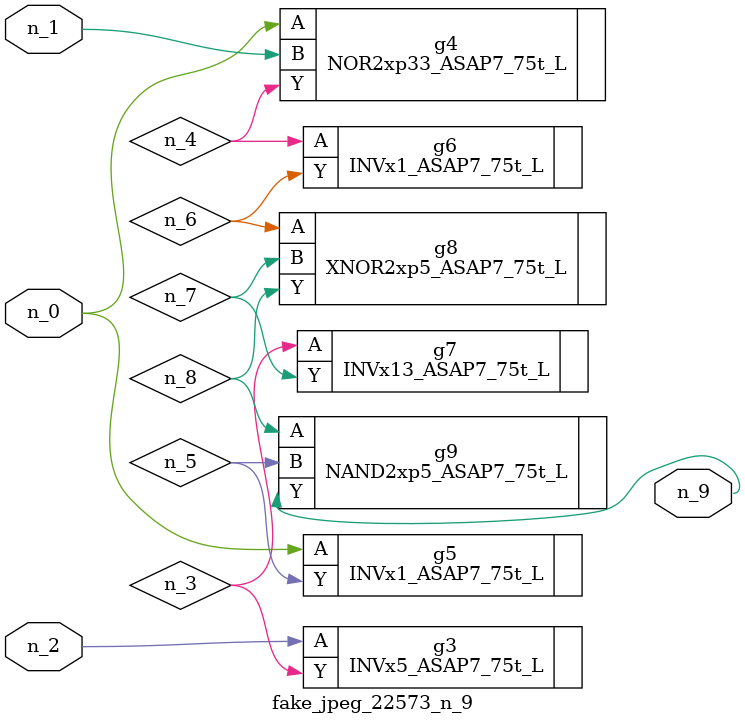
<source format=v>
module fake_jpeg_22573_n_9 (n_0, n_2, n_1, n_9);

input n_0;
input n_2;
input n_1;

output n_9;

wire n_3;
wire n_4;
wire n_8;
wire n_6;
wire n_5;
wire n_7;

INVx5_ASAP7_75t_L g3 ( 
.A(n_2),
.Y(n_3)
);

NOR2xp33_ASAP7_75t_L g4 ( 
.A(n_0),
.B(n_1),
.Y(n_4)
);

INVx1_ASAP7_75t_L g5 ( 
.A(n_0),
.Y(n_5)
);

INVx1_ASAP7_75t_L g6 ( 
.A(n_4),
.Y(n_6)
);

XNOR2xp5_ASAP7_75t_L g8 ( 
.A(n_6),
.B(n_7),
.Y(n_8)
);

INVx13_ASAP7_75t_L g7 ( 
.A(n_3),
.Y(n_7)
);

NAND2xp5_ASAP7_75t_L g9 ( 
.A(n_8),
.B(n_5),
.Y(n_9)
);


endmodule
</source>
